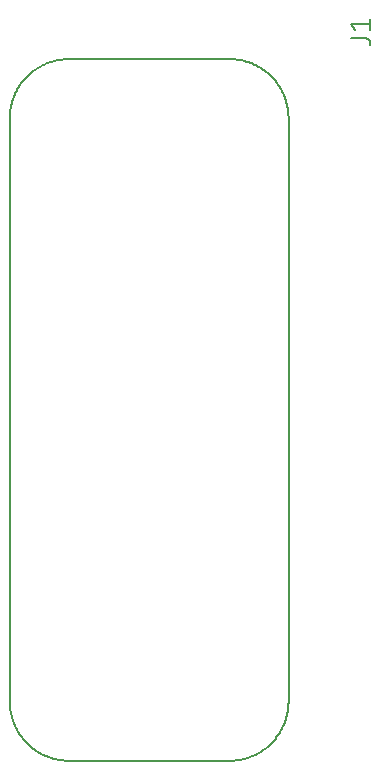
<source format=gbr>
G04 EAGLE Gerber RS-274X export*
G75*
%MOMM*%
%FSLAX34Y34*%
%LPD*%
%INSilkscreen Top*%
%IPPOS*%
%AMOC8*
5,1,8,0,0,1.08239X$1,22.5*%
G01*
%ADD10C,0.127000*%
%ADD11C,0.152400*%


D10*
X158000Y727000D02*
X22000Y727000D01*
X20792Y726985D01*
X19584Y726942D01*
X18378Y726869D01*
X17174Y726767D01*
X15973Y726635D01*
X14776Y726475D01*
X13582Y726286D01*
X12394Y726069D01*
X11211Y725822D01*
X10034Y725547D01*
X8865Y725244D01*
X7703Y724912D01*
X6549Y724553D01*
X5405Y724166D01*
X4270Y723751D01*
X3145Y723309D01*
X2032Y722840D01*
X930Y722344D01*
X-160Y721821D01*
X-1236Y721273D01*
X-2299Y720698D01*
X-3348Y720098D01*
X-4382Y719473D01*
X-5401Y718824D01*
X-6403Y718149D01*
X-7389Y717451D01*
X-8358Y716729D01*
X-9309Y715984D01*
X-10242Y715216D01*
X-11156Y714426D01*
X-12051Y713613D01*
X-12926Y712780D01*
X-13780Y711926D01*
X-14613Y711051D01*
X-15426Y710156D01*
X-16216Y709242D01*
X-16984Y708309D01*
X-17729Y707358D01*
X-18451Y706389D01*
X-19149Y705403D01*
X-19824Y704401D01*
X-20473Y703382D01*
X-21098Y702348D01*
X-21698Y701299D01*
X-22273Y700236D01*
X-22821Y699160D01*
X-23344Y698070D01*
X-23840Y696968D01*
X-24309Y695855D01*
X-24751Y694730D01*
X-25166Y693595D01*
X-25553Y692451D01*
X-25912Y691297D01*
X-26244Y690135D01*
X-26547Y688966D01*
X-26822Y687789D01*
X-27069Y686606D01*
X-27286Y685418D01*
X-27475Y684224D01*
X-27635Y683027D01*
X-27767Y681826D01*
X-27869Y680622D01*
X-27942Y679416D01*
X-27985Y678208D01*
X-28000Y677000D01*
X-28000Y183000D01*
X-27985Y181792D01*
X-27942Y180584D01*
X-27869Y179378D01*
X-27767Y178174D01*
X-27635Y176973D01*
X-27475Y175776D01*
X-27286Y174582D01*
X-27069Y173394D01*
X-26822Y172211D01*
X-26547Y171034D01*
X-26244Y169865D01*
X-25912Y168703D01*
X-25553Y167549D01*
X-25166Y166405D01*
X-24751Y165270D01*
X-24309Y164145D01*
X-23840Y163032D01*
X-23344Y161930D01*
X-22821Y160840D01*
X-22273Y159764D01*
X-21698Y158701D01*
X-21098Y157652D01*
X-20473Y156618D01*
X-19824Y155599D01*
X-19149Y154597D01*
X-18451Y153611D01*
X-17729Y152642D01*
X-16984Y151691D01*
X-16216Y150758D01*
X-15426Y149844D01*
X-14613Y148949D01*
X-13780Y148074D01*
X-12926Y147220D01*
X-12051Y146387D01*
X-11156Y145574D01*
X-10242Y144784D01*
X-9309Y144016D01*
X-8358Y143271D01*
X-7389Y142549D01*
X-6403Y141851D01*
X-5401Y141176D01*
X-4382Y140527D01*
X-3348Y139902D01*
X-2299Y139302D01*
X-1236Y138727D01*
X-160Y138179D01*
X930Y137656D01*
X2032Y137160D01*
X3145Y136691D01*
X4270Y136249D01*
X5405Y135834D01*
X6549Y135447D01*
X7703Y135088D01*
X8865Y134756D01*
X10034Y134453D01*
X11211Y134178D01*
X12394Y133931D01*
X13582Y133714D01*
X14776Y133525D01*
X15973Y133365D01*
X17174Y133233D01*
X18378Y133131D01*
X19584Y133058D01*
X20792Y133015D01*
X22000Y133000D01*
X158000Y133000D01*
X159208Y133015D01*
X160416Y133058D01*
X161622Y133131D01*
X162826Y133233D01*
X164027Y133365D01*
X165224Y133525D01*
X166418Y133714D01*
X167606Y133931D01*
X168789Y134178D01*
X169966Y134453D01*
X171135Y134756D01*
X172297Y135088D01*
X173451Y135447D01*
X174595Y135834D01*
X175730Y136249D01*
X176855Y136691D01*
X177968Y137160D01*
X179070Y137656D01*
X180160Y138179D01*
X181236Y138727D01*
X182299Y139302D01*
X183348Y139902D01*
X184382Y140527D01*
X185401Y141176D01*
X186403Y141851D01*
X187389Y142549D01*
X188358Y143271D01*
X189309Y144016D01*
X190242Y144784D01*
X191156Y145574D01*
X192051Y146387D01*
X192926Y147220D01*
X193780Y148074D01*
X194613Y148949D01*
X195426Y149844D01*
X196216Y150758D01*
X196984Y151691D01*
X197729Y152642D01*
X198451Y153611D01*
X199149Y154597D01*
X199824Y155599D01*
X200473Y156618D01*
X201098Y157652D01*
X201698Y158701D01*
X202273Y159764D01*
X202821Y160840D01*
X203344Y161930D01*
X203840Y163032D01*
X204309Y164145D01*
X204751Y165270D01*
X205166Y166405D01*
X205553Y167549D01*
X205912Y168703D01*
X206244Y169865D01*
X206547Y171034D01*
X206822Y172211D01*
X207069Y173394D01*
X207286Y174582D01*
X207475Y175776D01*
X207635Y176973D01*
X207767Y178174D01*
X207869Y179378D01*
X207942Y180584D01*
X207985Y181792D01*
X208000Y183000D01*
X208000Y677000D01*
X207985Y678208D01*
X207942Y679416D01*
X207869Y680622D01*
X207767Y681826D01*
X207635Y683027D01*
X207475Y684224D01*
X207286Y685418D01*
X207069Y686606D01*
X206822Y687789D01*
X206547Y688966D01*
X206244Y690135D01*
X205912Y691297D01*
X205553Y692451D01*
X205166Y693595D01*
X204751Y694730D01*
X204309Y695855D01*
X203840Y696968D01*
X203344Y698070D01*
X202821Y699160D01*
X202273Y700236D01*
X201698Y701299D01*
X201098Y702348D01*
X200473Y703382D01*
X199824Y704401D01*
X199149Y705403D01*
X198451Y706389D01*
X197729Y707358D01*
X196984Y708309D01*
X196216Y709242D01*
X195426Y710156D01*
X194613Y711051D01*
X193780Y711926D01*
X192926Y712780D01*
X192051Y713613D01*
X191156Y714426D01*
X190242Y715216D01*
X189309Y715984D01*
X188358Y716729D01*
X187389Y717451D01*
X186403Y718149D01*
X185401Y718824D01*
X184382Y719473D01*
X183348Y720098D01*
X182299Y720698D01*
X181236Y721273D01*
X180160Y721821D01*
X179070Y722344D01*
X177968Y722840D01*
X176855Y723309D01*
X175730Y723751D01*
X174595Y724166D01*
X173451Y724553D01*
X172297Y724912D01*
X171135Y725244D01*
X169966Y725547D01*
X168789Y725822D01*
X167606Y726069D01*
X166418Y726286D01*
X165224Y726475D01*
X164027Y726635D01*
X162826Y726767D01*
X161622Y726869D01*
X160416Y726942D01*
X159208Y726985D01*
X158000Y727000D01*
D11*
X260685Y744740D02*
X273352Y744740D01*
X273470Y744738D01*
X273589Y744732D01*
X273707Y744723D01*
X273824Y744709D01*
X273942Y744692D01*
X274058Y744670D01*
X274174Y744645D01*
X274289Y744617D01*
X274403Y744584D01*
X274515Y744548D01*
X274627Y744508D01*
X274737Y744465D01*
X274846Y744417D01*
X274953Y744367D01*
X275058Y744313D01*
X275162Y744255D01*
X275263Y744194D01*
X275363Y744130D01*
X275460Y744063D01*
X275555Y743992D01*
X275648Y743919D01*
X275738Y743842D01*
X275826Y743762D01*
X275911Y743680D01*
X275993Y743595D01*
X276073Y743507D01*
X276150Y743417D01*
X276223Y743324D01*
X276294Y743229D01*
X276361Y743132D01*
X276425Y743032D01*
X276486Y742931D01*
X276544Y742827D01*
X276598Y742722D01*
X276648Y742615D01*
X276696Y742506D01*
X276739Y742396D01*
X276779Y742284D01*
X276815Y742172D01*
X276848Y742058D01*
X276876Y741943D01*
X276901Y741827D01*
X276923Y741711D01*
X276940Y741593D01*
X276954Y741476D01*
X276963Y741358D01*
X276969Y741239D01*
X276971Y741121D01*
X276971Y739312D01*
X264304Y751814D02*
X260685Y756338D01*
X276971Y756338D01*
X276971Y751814D02*
X276971Y760862D01*
M02*

</source>
